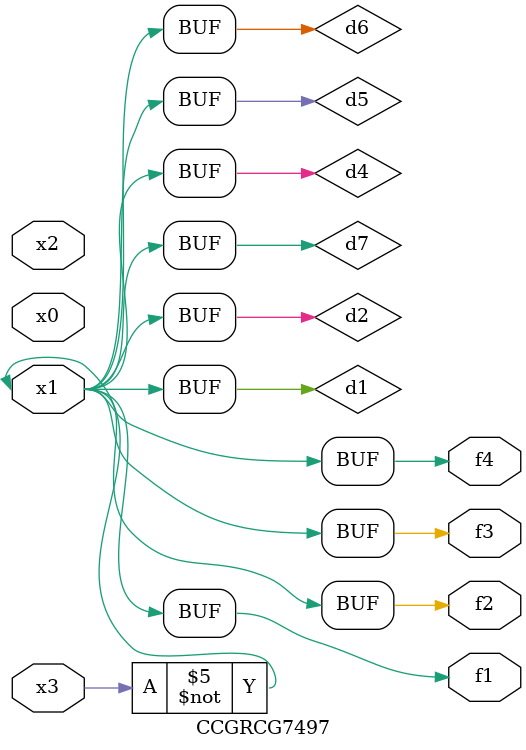
<source format=v>
module CCGRCG7497(
	input x0, x1, x2, x3,
	output f1, f2, f3, f4
);

	wire d1, d2, d3, d4, d5, d6, d7;

	not (d1, x3);
	buf (d2, x1);
	xnor (d3, d1, d2);
	nor (d4, d1);
	buf (d5, d1, d2);
	buf (d6, d4, d5);
	nand (d7, d4);
	assign f1 = d6;
	assign f2 = d7;
	assign f3 = d6;
	assign f4 = d6;
endmodule

</source>
